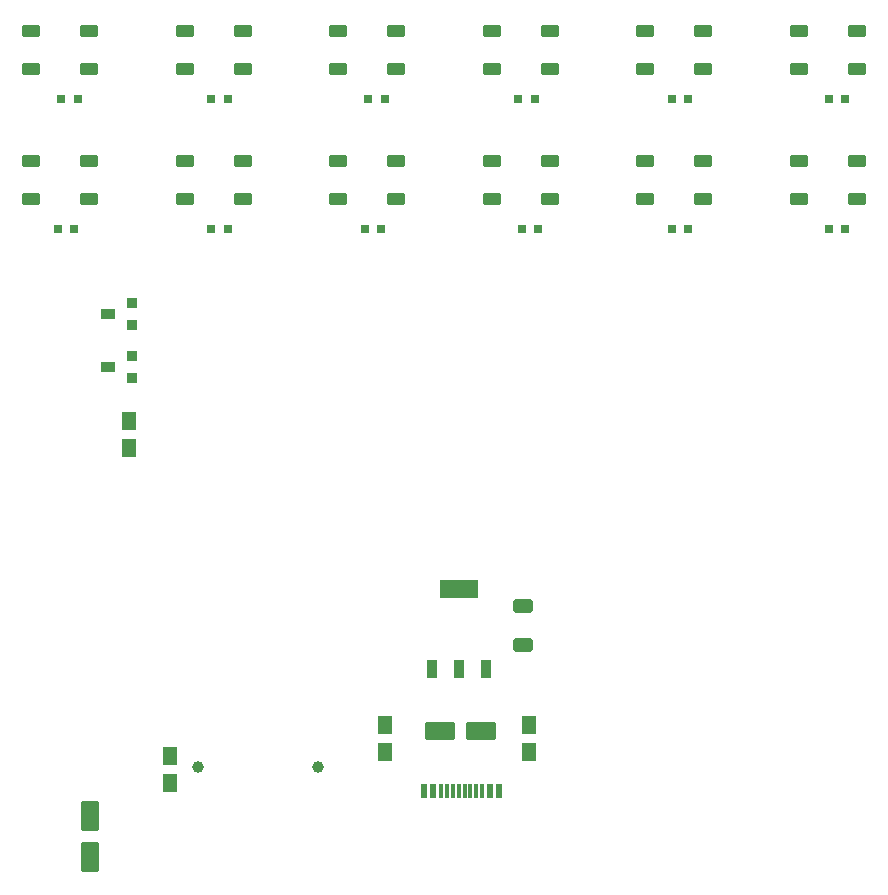
<source format=gbr>
%TF.GenerationSoftware,Altium Limited,Altium Designer,24.0.1 (36)*%
G04 Layer_Color=8421504*
%FSLAX45Y45*%
%MOMM*%
%TF.SameCoordinates,4F873DDA-DFB5-4AF5-B95A-0F2F78DC07CA*%
%TF.FilePolarity,Positive*%
%TF.FileFunction,Paste,Top*%
%TF.Part,Single*%
G01*
G75*
%TA.AperFunction,SMDPad,CuDef*%
%ADD11C,1.00000*%
%ADD13R,1.27000X0.91440*%
%ADD14R,0.91440X0.91440*%
%TA.AperFunction,ConnectorPad*%
%ADD17R,0.30000X1.15000*%
%ADD18R,0.60000X1.15000*%
%TA.AperFunction,SMDPad,CuDef*%
G04:AMPARAMS|DCode=19|XSize=1.14mm|YSize=1.63mm|CornerRadius=0.1425mm|HoleSize=0mm|Usage=FLASHONLY|Rotation=90.000|XOffset=0mm|YOffset=0mm|HoleType=Round|Shape=RoundedRectangle|*
%AMROUNDEDRECTD19*
21,1,1.14000,1.34500,0,0,90.0*
21,1,0.85500,1.63000,0,0,90.0*
1,1,0.28500,0.67250,0.42750*
1,1,0.28500,0.67250,-0.42750*
1,1,0.28500,-0.67250,-0.42750*
1,1,0.28500,-0.67250,0.42750*
%
%ADD19ROUNDEDRECTD19*%
G04:AMPARAMS|DCode=86|XSize=1.484mm|YSize=1.23mm|CornerRadius=0.07525mm|HoleSize=0mm|Usage=FLASHONLY|Rotation=270.000|XOffset=0mm|YOffset=0mm|HoleType=Round|Shape=RoundedRectangle|*
%AMROUNDEDRECTD86*
21,1,1.48400,1.07950,0,0,270.0*
21,1,1.33350,1.23000,0,0,270.0*
1,1,0.15050,-0.53975,-0.66675*
1,1,0.15050,-0.53975,0.66675*
1,1,0.15050,0.53975,0.66675*
1,1,0.15050,0.53975,-0.66675*
%
%ADD86ROUNDEDRECTD86*%
G04:AMPARAMS|DCode=87|XSize=0.722mm|YSize=0.722mm|CornerRadius=0.0181mm|HoleSize=0mm|Usage=FLASHONLY|Rotation=0.000|XOffset=0mm|YOffset=0mm|HoleType=Round|Shape=RoundedRectangle|*
%AMROUNDEDRECTD87*
21,1,0.72200,0.68580,0,0,0.0*
21,1,0.68580,0.72200,0,0,0.0*
1,1,0.03620,0.34290,-0.34290*
1,1,0.03620,-0.34290,-0.34290*
1,1,0.03620,-0.34290,0.34290*
1,1,0.03620,0.34290,0.34290*
%
%ADD87ROUNDEDRECTD87*%
G04:AMPARAMS|DCode=88|XSize=0.96mm|YSize=1.46mm|CornerRadius=0.055mm|HoleSize=0mm|Usage=FLASHONLY|Rotation=90.000|XOffset=0mm|YOffset=0mm|HoleType=Round|Shape=RoundedRectangle|*
%AMROUNDEDRECTD88*
21,1,0.96000,1.35000,0,0,90.0*
21,1,0.85000,1.46000,0,0,90.0*
1,1,0.11000,0.67500,0.42500*
1,1,0.11000,0.67500,-0.42500*
1,1,0.11000,-0.67500,-0.42500*
1,1,0.11000,-0.67500,0.42500*
%
%ADD88ROUNDEDRECTD88*%
G04:AMPARAMS|DCode=89|XSize=1.56429mm|YSize=3.22213mm|CornerRadius=0.10032mm|HoleSize=0mm|Usage=FLASHONLY|Rotation=90.000|XOffset=0mm|YOffset=0mm|HoleType=Round|Shape=RoundedRectangle|*
%AMROUNDEDRECTD89*
21,1,1.56429,3.02149,0,0,90.0*
21,1,1.36365,3.22213,0,0,90.0*
1,1,0.20064,1.51074,0.68182*
1,1,0.20064,1.51074,-0.68182*
1,1,0.20064,-1.51074,-0.68182*
1,1,0.20064,-1.51074,0.68182*
%
%ADD89ROUNDEDRECTD89*%
G04:AMPARAMS|DCode=90|XSize=1.56429mm|YSize=0.91213mm|CornerRadius=0.05141mm|HoleSize=0mm|Usage=FLASHONLY|Rotation=90.000|XOffset=0mm|YOffset=0mm|HoleType=Round|Shape=RoundedRectangle|*
%AMROUNDEDRECTD90*
21,1,1.56429,0.80931,0,0,90.0*
21,1,1.46148,0.91213,0,0,90.0*
1,1,0.10282,0.40466,0.73074*
1,1,0.10282,0.40466,-0.73074*
1,1,0.10282,-0.40466,-0.73074*
1,1,0.10282,-0.40466,0.73074*
%
%ADD90ROUNDEDRECTD90*%
G04:AMPARAMS|DCode=91|XSize=2.46mm|YSize=1.56mm|CornerRadius=0.1mm|HoleSize=0mm|Usage=FLASHONLY|Rotation=270.000|XOffset=0mm|YOffset=0mm|HoleType=Round|Shape=RoundedRectangle|*
%AMROUNDEDRECTD91*
21,1,2.46000,1.36000,0,0,270.0*
21,1,2.26000,1.56000,0,0,270.0*
1,1,0.20000,-0.68000,-1.13000*
1,1,0.20000,-0.68000,1.13000*
1,1,0.20000,0.68000,1.13000*
1,1,0.20000,0.68000,-1.13000*
%
%ADD91ROUNDEDRECTD91*%
G04:AMPARAMS|DCode=92|XSize=2.46mm|YSize=1.56mm|CornerRadius=0.1mm|HoleSize=0mm|Usage=FLASHONLY|Rotation=180.000|XOffset=0mm|YOffset=0mm|HoleType=Round|Shape=RoundedRectangle|*
%AMROUNDEDRECTD92*
21,1,2.46000,1.36000,0,0,180.0*
21,1,2.26000,1.56000,0,0,180.0*
1,1,0.20000,-1.13000,0.68000*
1,1,0.20000,1.13000,0.68000*
1,1,0.20000,1.13000,-0.68000*
1,1,0.20000,-1.13000,-0.68000*
%
%ADD92ROUNDEDRECTD92*%
D11*
X1922000Y940000D02*
D03*
X2938000D02*
D03*
D13*
X1160000Y4330000D02*
D03*
Y4780000D02*
D03*
D14*
X1363200Y4423980D02*
D03*
Y4233480D02*
D03*
Y4873980D02*
D03*
Y4683480D02*
D03*
D17*
X3975000Y735500D02*
D03*
X4025000D02*
D03*
X4075000D02*
D03*
X4325000D02*
D03*
X4275000D02*
D03*
X4225000D02*
D03*
X4125000D02*
D03*
X4175000D02*
D03*
D18*
X4390000D02*
D03*
X3910000D02*
D03*
X4470000D02*
D03*
X3830000D02*
D03*
D19*
X4670000Y1976000D02*
D03*
Y2304000D02*
D03*
D86*
X1330000Y3640000D02*
D03*
Y3868600D02*
D03*
X1680000Y811400D02*
D03*
Y1040000D02*
D03*
X3505200Y1295400D02*
D03*
Y1066800D02*
D03*
X4724400Y1295400D02*
D03*
Y1066800D02*
D03*
D87*
X730150Y5500000D02*
D03*
X2030150D02*
D03*
X3330150D02*
D03*
X4660300Y5500000D02*
D03*
X5930150D02*
D03*
X7260300D02*
D03*
X900000Y6600000D02*
D03*
X760300D02*
D03*
X2169850Y6600000D02*
D03*
X2030150D02*
D03*
X3500000Y6600000D02*
D03*
X3360300D02*
D03*
X4769850Y6600000D02*
D03*
X4630150D02*
D03*
X6069850D02*
D03*
X5930150D02*
D03*
X7400000Y6600000D02*
D03*
X7260300D02*
D03*
X869850Y5500000D02*
D03*
X2169850D02*
D03*
X3469850D02*
D03*
X4800000Y5500000D02*
D03*
X6069850D02*
D03*
X7400000D02*
D03*
D88*
X7005000Y6070000D02*
D03*
X5705000D02*
D03*
X4405000D02*
D03*
X3105000D02*
D03*
X1805000D02*
D03*
X505000D02*
D03*
X7495000D02*
D03*
X7005000Y5750000D02*
D03*
X7495000D02*
D03*
X505000Y7170000D02*
D03*
X995000D02*
D03*
X505000Y6850000D02*
D03*
X995000D02*
D03*
X1805000Y7170000D02*
D03*
X2295000D02*
D03*
X1805000Y6850000D02*
D03*
X2295000D02*
D03*
X3105000Y7170000D02*
D03*
X3595000D02*
D03*
X3105000Y6850000D02*
D03*
X3595000D02*
D03*
X4405000Y7170000D02*
D03*
X4895000D02*
D03*
X4405000Y6850000D02*
D03*
X4895000D02*
D03*
X5705000Y7170000D02*
D03*
X6195000D02*
D03*
X5705000Y6850000D02*
D03*
X6195000D02*
D03*
X7005000Y7170000D02*
D03*
X7495000D02*
D03*
X7005000Y6850000D02*
D03*
X7495000D02*
D03*
X995000Y6070000D02*
D03*
X505000Y5750000D02*
D03*
X995000D02*
D03*
X2295000Y6070000D02*
D03*
X1805000Y5750000D02*
D03*
X2295000D02*
D03*
X3595000Y6070000D02*
D03*
X3105000Y5750000D02*
D03*
X3595000D02*
D03*
X4895000Y6070000D02*
D03*
X4405000Y5750000D02*
D03*
X4895000D02*
D03*
X6195000Y6070000D02*
D03*
X5705000Y5750000D02*
D03*
X6195000D02*
D03*
D89*
X4130000Y2449500D02*
D03*
D90*
X4359000Y1770500D02*
D03*
X4130000D02*
D03*
X3901000D02*
D03*
D91*
X1000000Y530000D02*
D03*
Y180000D02*
D03*
D92*
X4315000Y1250000D02*
D03*
X3965000D02*
D03*
%TF.MD5,1bae1f53b90de2083a6745d808e795db*%
M02*

</source>
